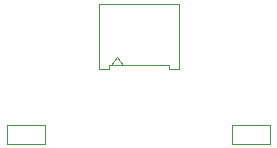
<source format=gbr>
%TF.GenerationSoftware,KiCad,Pcbnew,(7.0.0)*%
%TF.CreationDate,2023-02-21T01:36:48-05:00*%
%TF.ProjectId,Desk Panel,4465736b-2050-4616-9e65-6c2e6b696361,rev?*%
%TF.SameCoordinates,Original*%
%TF.FileFunction,AssemblyDrawing,Bot*%
%FSLAX46Y46*%
G04 Gerber Fmt 4.6, Leading zero omitted, Abs format (unit mm)*
G04 Created by KiCad (PCBNEW (7.0.0)) date 2023-02-21 01:36:48*
%MOMM*%
%LPD*%
G01*
G04 APERTURE LIST*
%ADD10C,0.100000*%
G04 APERTURE END LIST*
D10*
%TO.C,Molex2*%
X141300000Y-92900000D02*
X144675000Y-92900000D01*
X141300000Y-98400000D02*
X141300000Y-92900000D01*
X142150000Y-98100000D02*
X142150000Y-98400000D01*
X142150000Y-98400000D02*
X141300000Y-98400000D01*
X142300000Y-98100000D02*
X142800000Y-97392893D01*
X142800000Y-97392893D02*
X143300000Y-98100000D01*
X144675000Y-98100000D02*
X142150000Y-98100000D01*
X144675000Y-98100000D02*
X147200000Y-98100000D01*
X147200000Y-98100000D02*
X147200000Y-98400000D01*
X147200000Y-98400000D02*
X148050000Y-98400000D01*
X148050000Y-92900000D02*
X144675000Y-92900000D01*
X148050000Y-98400000D02*
X148050000Y-92900000D01*
%TO.C,R4*%
X152600000Y-103150000D02*
X152600000Y-104750000D01*
X152600000Y-104750000D02*
X155800000Y-104750000D01*
X155800000Y-103150000D02*
X152600000Y-103150000D01*
X155800000Y-104750000D02*
X155800000Y-103150000D01*
%TO.C,R3*%
X133537500Y-103150000D02*
X133537500Y-104750000D01*
X133537500Y-104750000D02*
X136737500Y-104750000D01*
X136737500Y-103150000D02*
X133537500Y-103150000D01*
X136737500Y-104750000D02*
X136737500Y-103150000D01*
%TD*%
M02*

</source>
